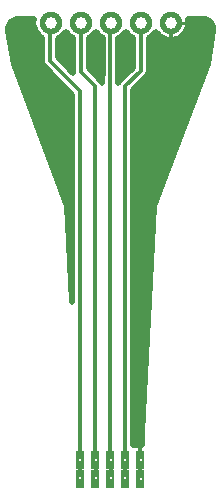
<source format=gbr>
G04 DipTrace 3.2.0.1*
G04 Âåðõíèé.gbr*
%MOIN*%
G04 #@! TF.FileFunction,Copper,L1,Top*
G04 #@! TF.Part,Single*
%ADD14C,0.011811*%
%ADD20C,0.03937*%
G04 #@! TA.AperFunction,CopperBalancing*
%ADD10C,0.009843*%
%ADD15C,0.019685*%
G04 #@! TA.AperFunction,ComponentPad*
%ADD16C,0.074803*%
%ADD17C,0.074803*%
%ADD18R,0.029528X0.059055*%
G04 #@! TA.AperFunction,ViaPad*
%ADD19C,0.023622*%
%FSLAX26Y26*%
G04*
G70*
G90*
G75*
G01*
G04 Top*
%LPD*%
X94094Y-681102D2*
D14*
X93307D1*
Y-743701D1*
Y-745276D1*
X94094Y-743701D2*
X93307D1*
X43307Y-681890D2*
X43701D1*
Y-742913D1*
Y-745669D1*
X42520Y-742913D2*
X43701D1*
X43307Y-681890D2*
Y563780D1*
X94685Y615157D1*
Y775591D1*
X-5512Y-742126D2*
X-6299D1*
X-5512Y-682677D2*
X-6299D1*
X-5512D2*
Y-742126D1*
X-55906Y-682677D2*
Y-741339D1*
X-107480Y-683071D2*
Y-740551D1*
X-107087Y-740945D1*
X-107480Y-683071D2*
Y547638D1*
X-209055Y649213D1*
Y771850D1*
X-205315Y775591D1*
X93701Y-680315D2*
Y548031D1*
X196850Y651181D1*
Y773425D1*
X194685Y775591D1*
X-6299Y-680315D2*
Y774606D1*
X-5315Y775591D1*
X-56299Y-680315D2*
Y563780D1*
X-105315Y612795D1*
Y775591D1*
D19*
X94094Y-743701D3*
X42520Y-742913D3*
X-5512Y-742126D3*
X-55906Y-741339D3*
Y-682677D3*
X-5512D3*
X43307Y-681890D3*
X94094Y-681102D3*
X-107087Y-740945D3*
X-107480Y-683071D3*
X-340663Y769816D2*
D15*
X-264865D1*
X254226D2*
X330059D1*
X-344969Y750262D2*
X-259339D1*
X248699D2*
X334365D1*
X-341882Y730709D2*
X-243836D1*
X-166803D2*
X-143827D1*
X-66794D2*
X-43818D1*
X33180D2*
X56192D1*
X133189D2*
X156164D1*
X233198D2*
X331244D1*
X-338617Y711155D2*
X-237413D1*
X-180727D2*
X-133672D1*
X-76986D2*
X-34631D1*
X22055D2*
X66346D1*
X123033D2*
X327978D1*
X-335352Y691601D2*
X-237413D1*
X-180727D2*
X-133672D1*
X-76986D2*
X-34631D1*
X22055D2*
X66346D1*
X123033D2*
X324713D1*
X-332085Y672047D2*
X-237413D1*
X-180727D2*
X-133672D1*
X-76986D2*
X-34631D1*
X22055D2*
X66346D1*
X123033D2*
X321483D1*
X-328820Y652493D2*
X-237413D1*
X-173047D2*
X-133672D1*
X-76986D2*
X-34631D1*
X22055D2*
X66346D1*
X123033D2*
X318218D1*
X-324192Y632940D2*
X-231780D1*
X-153526D2*
X-133672D1*
X-76986D2*
X-34631D1*
X22055D2*
X66346D1*
X123033D2*
X313552D1*
X-316835Y613386D2*
X-212509D1*
X-66651D2*
X-34631D1*
X22055D2*
X53643D1*
X122962D2*
X306232D1*
X-309514Y593832D2*
X-192953D1*
X-47093D2*
X-34631D1*
X22055D2*
X34087D1*
X112627D2*
X298875D1*
X-302194Y574278D2*
X-173396D1*
X93070D2*
X291555D1*
X-294839Y554724D2*
X-153839D1*
X73513D2*
X284235D1*
X-287518Y535171D2*
X-135825D1*
X71647D2*
X276879D1*
X-280197Y515617D2*
X-135825D1*
X71647D2*
X269559D1*
X-272841Y496063D2*
X-135825D1*
X71647D2*
X262239D1*
X-265521Y476509D2*
X-135825D1*
X71647D2*
X254882D1*
X-258201Y456955D2*
X-135825D1*
X71647D2*
X247562D1*
X-250844Y437402D2*
X-135825D1*
X71647D2*
X240205D1*
X-243524Y417848D2*
X-135825D1*
X71647D2*
X232885D1*
X-236203Y398294D2*
X-135825D1*
X71647D2*
X225564D1*
X-228848Y378740D2*
X-135825D1*
X71647D2*
X218209D1*
X-221526Y359186D2*
X-135825D1*
X71647D2*
X210888D1*
X-214206Y339633D2*
X-135825D1*
X71647D2*
X203567D1*
X-206850Y320079D2*
X-135825D1*
X71647D2*
X196211D1*
X-199530Y300525D2*
X-135825D1*
X71647D2*
X188891D1*
X-192173Y280971D2*
X-135825D1*
X71647D2*
X181571D1*
X-184853Y261417D2*
X-135825D1*
X71647D2*
X174214D1*
X-177533Y241864D2*
X-135825D1*
X71647D2*
X166894D1*
X-170176Y222310D2*
X-135825D1*
X71647D2*
X159573D1*
X-162856Y202756D2*
X-135825D1*
X71647D2*
X152218D1*
X-155535Y183202D2*
X-135825D1*
X71647D2*
X144896D1*
X-148682Y163648D2*
X-135825D1*
X71647D2*
X138079D1*
X-147677Y144094D2*
X-135825D1*
X71647D2*
X137038D1*
X-146636Y124541D2*
X-135825D1*
X71647D2*
X135997D1*
X-145596Y104987D2*
X-135825D1*
X71647D2*
X134993D1*
X-144591Y85433D2*
X-135825D1*
X71647D2*
X133953D1*
X-143550Y65879D2*
X-135825D1*
X71647D2*
X132912D1*
X-142509Y46325D2*
X-135861D1*
X71647D2*
X131907D1*
X71647Y26772D2*
X130866D1*
X71647Y7218D2*
X129825D1*
X71647Y-12336D2*
X128820D1*
X71647Y-31890D2*
X127780D1*
X71647Y-51444D2*
X126740D1*
X71647Y-70997D2*
X125735D1*
X71647Y-90551D2*
X124694D1*
X71647Y-110105D2*
X123654D1*
X71647Y-129659D2*
X122648D1*
X71647Y-149213D2*
X121608D1*
X71647Y-168766D2*
X120567D1*
X71647Y-188320D2*
X119526D1*
X71647Y-207874D2*
X118522D1*
X71647Y-227428D2*
X117482D1*
X71647Y-246982D2*
X116441D1*
X71647Y-266535D2*
X115436D1*
X71647Y-286089D2*
X114395D1*
X71647Y-305643D2*
X113354D1*
X71647Y-325197D2*
X112350D1*
X71647Y-344751D2*
X111310D1*
X71647Y-364304D2*
X110269D1*
X71647Y-383858D2*
X109264D1*
X71647Y-403412D2*
X108223D1*
X71647Y-422966D2*
X107182D1*
X71647Y-442520D2*
X106178D1*
X71647Y-462073D2*
X105138D1*
X71647Y-481627D2*
X104097D1*
X71647Y-501181D2*
X103092D1*
X71647Y-520735D2*
X102051D1*
X71647Y-540289D2*
X101010D1*
X71647Y-559843D2*
X100005D1*
X71647Y-579396D2*
X98965D1*
X71647Y-598950D2*
X98427D1*
X71647Y-618504D2*
X98427D1*
X-155336Y746482D2*
X-158493Y741573D1*
X-164392Y734668D1*
X-171298Y728769D1*
X-179041Y724025D1*
X-182668Y722352D1*
X-182677Y660143D1*
X-131408Y608870D1*
X-131693Y612795D1*
Y724072D1*
X-139332Y728769D1*
X-146238Y734668D1*
X-152136Y741573D1*
X-155294Y746482D1*
X-235446Y726184D2*
X-242902Y731583D1*
X-249323Y738004D1*
X-254660Y745352D1*
X-258783Y753444D1*
X-261591Y762080D1*
X-263010Y771050D1*
Y780131D1*
X-261517Y789357D1*
X-307201Y789148D1*
X-318482Y788251D1*
X-328098Y784614D1*
X-336316Y778442D1*
X-342488Y770224D1*
X-346126Y760613D1*
X-346999Y749640D1*
X-328665Y639651D1*
X-150854Y165147D1*
X-147772Y108651D1*
X-133858Y-155701D1*
Y536740D1*
X-229113Y632081D1*
X-231546Y635430D1*
X-233425Y639118D1*
X-234705Y643055D1*
X-235352Y647143D1*
X-235433Y726184D1*
X-55336Y746482D2*
X-58493Y741573D1*
X-64392Y734668D1*
X-71298Y728769D1*
X-78932Y724085D1*
X-78937Y623693D1*
X-36241Y580911D1*
X-33808Y577562D1*
X-32793Y575748D1*
X-32677Y624147D1*
Y724587D1*
X-39332Y728769D1*
X-46238Y734668D1*
X-52136Y741573D1*
X-55294Y746482D1*
X44664D2*
X41507Y741573D1*
X35608Y734668D1*
X28702Y728769D1*
X20959Y724025D1*
X20072Y723615D1*
X20079Y576274D1*
X23249Y580911D1*
X68324Y626100D1*
X68307Y724066D1*
X60668Y728769D1*
X53762Y734668D1*
X47864Y741573D1*
X44706Y746482D1*
X144664D2*
X141507Y741573D1*
X135608Y734668D1*
X128702Y728769D1*
X121068Y724085D1*
X120982Y613088D1*
X120335Y609000D1*
X119055Y605063D1*
X117176Y601375D1*
X114743Y598026D1*
X69668Y552837D1*
X69685Y-630339D1*
X100399Y-630315D1*
X100394Y-589823D1*
X140240Y165224D1*
X160005Y218240D1*
X318045Y639677D1*
X336366Y749634D1*
X335496Y760618D1*
X331860Y770223D1*
X325688Y778441D1*
X317470Y784614D1*
X307857Y788252D1*
X293785Y789370D1*
X250869D1*
X252112Y782774D1*
X252559Y775591D1*
X252093Y768261D1*
X250702Y761050D1*
X248411Y754072D1*
X245252Y747442D1*
X241281Y741265D1*
X236558Y735640D1*
X231161Y730659D1*
X225177Y726402D1*
X218702Y722936D1*
X211841Y720318D1*
X204702Y718591D1*
X197403Y717781D1*
X190060Y717902D1*
X182791Y718951D1*
X175714Y720915D1*
X168942Y723757D1*
X162585Y727434D1*
X156745Y731887D1*
X151516Y737043D1*
X146982Y742822D1*
X144688Y746455D1*
X194685Y775591D2*
D10*
Y717752D1*
Y775591D2*
X252524D1*
X93701Y-630350D2*
Y-680315D1*
D16*
X-205315Y775591D3*
X-105315D3*
X-5315D3*
X94685D3*
D17*
X194685D3*
D18*
X-56299Y-745669D3*
X-6299D3*
X43701D3*
X-56299Y-680315D3*
X-6299D3*
X43701D3*
X-6693Y-745276D3*
X43307D3*
X93307D3*
X-6299Y-680315D3*
X43701D3*
X93701D3*
X-106299Y-745669D3*
X-56299D3*
X-6299D3*
X-106299Y-680315D3*
X-56299D3*
X-6299D3*
G04 Top Clear*
%LPC*%
D14*
X94094Y-743701D3*
X42520Y-742913D3*
X-5512Y-742126D3*
X-55906Y-741339D3*
Y-682677D3*
X-5512D3*
X43307Y-681890D3*
X94094Y-681102D3*
X-107087Y-740945D3*
X-107480Y-683071D3*
D20*
X-205315Y775591D3*
X-105315D3*
X-5315D3*
X94685D3*
X194685D3*
M02*

</source>
